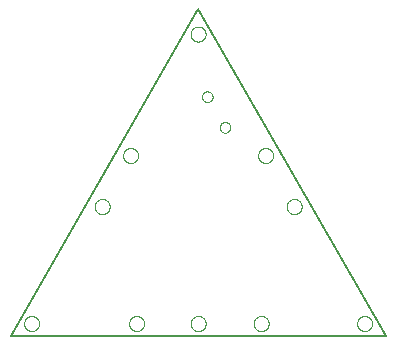
<source format=gko>
G75*
%MOIN*%
%OFA0B0*%
%FSLAX25Y25*%
%IPPOS*%
%LPD*%
%AMOC8*
5,1,8,0,0,1.08239X$1,22.5*
%
%ADD10C,0.00800*%
%ADD11C,0.00000*%
D10*
X0022661Y0035433D02*
X0085161Y0144183D01*
X0085161Y0144308D02*
X0147661Y0035433D01*
X0022661Y0035433D01*
D11*
X0027161Y0039433D02*
X0027163Y0039532D01*
X0027169Y0039632D01*
X0027179Y0039731D01*
X0027193Y0039829D01*
X0027210Y0039927D01*
X0027232Y0040024D01*
X0027257Y0040120D01*
X0027286Y0040215D01*
X0027319Y0040309D01*
X0027356Y0040401D01*
X0027396Y0040492D01*
X0027440Y0040581D01*
X0027488Y0040669D01*
X0027539Y0040754D01*
X0027593Y0040837D01*
X0027650Y0040919D01*
X0027711Y0040997D01*
X0027775Y0041074D01*
X0027841Y0041147D01*
X0027911Y0041218D01*
X0027983Y0041286D01*
X0028058Y0041352D01*
X0028136Y0041414D01*
X0028216Y0041473D01*
X0028298Y0041529D01*
X0028382Y0041581D01*
X0028469Y0041630D01*
X0028557Y0041676D01*
X0028647Y0041718D01*
X0028739Y0041757D01*
X0028832Y0041792D01*
X0028926Y0041823D01*
X0029022Y0041850D01*
X0029119Y0041873D01*
X0029216Y0041893D01*
X0029314Y0041909D01*
X0029413Y0041921D01*
X0029512Y0041929D01*
X0029611Y0041933D01*
X0029711Y0041933D01*
X0029810Y0041929D01*
X0029909Y0041921D01*
X0030008Y0041909D01*
X0030106Y0041893D01*
X0030203Y0041873D01*
X0030300Y0041850D01*
X0030396Y0041823D01*
X0030490Y0041792D01*
X0030583Y0041757D01*
X0030675Y0041718D01*
X0030765Y0041676D01*
X0030853Y0041630D01*
X0030940Y0041581D01*
X0031024Y0041529D01*
X0031106Y0041473D01*
X0031186Y0041414D01*
X0031264Y0041352D01*
X0031339Y0041286D01*
X0031411Y0041218D01*
X0031481Y0041147D01*
X0031547Y0041074D01*
X0031611Y0040997D01*
X0031672Y0040919D01*
X0031729Y0040837D01*
X0031783Y0040754D01*
X0031834Y0040669D01*
X0031882Y0040581D01*
X0031926Y0040492D01*
X0031966Y0040401D01*
X0032003Y0040309D01*
X0032036Y0040215D01*
X0032065Y0040120D01*
X0032090Y0040024D01*
X0032112Y0039927D01*
X0032129Y0039829D01*
X0032143Y0039731D01*
X0032153Y0039632D01*
X0032159Y0039532D01*
X0032161Y0039433D01*
X0032159Y0039334D01*
X0032153Y0039234D01*
X0032143Y0039135D01*
X0032129Y0039037D01*
X0032112Y0038939D01*
X0032090Y0038842D01*
X0032065Y0038746D01*
X0032036Y0038651D01*
X0032003Y0038557D01*
X0031966Y0038465D01*
X0031926Y0038374D01*
X0031882Y0038285D01*
X0031834Y0038197D01*
X0031783Y0038112D01*
X0031729Y0038029D01*
X0031672Y0037947D01*
X0031611Y0037869D01*
X0031547Y0037792D01*
X0031481Y0037719D01*
X0031411Y0037648D01*
X0031339Y0037580D01*
X0031264Y0037514D01*
X0031186Y0037452D01*
X0031106Y0037393D01*
X0031024Y0037337D01*
X0030940Y0037285D01*
X0030853Y0037236D01*
X0030765Y0037190D01*
X0030675Y0037148D01*
X0030583Y0037109D01*
X0030490Y0037074D01*
X0030396Y0037043D01*
X0030300Y0037016D01*
X0030203Y0036993D01*
X0030106Y0036973D01*
X0030008Y0036957D01*
X0029909Y0036945D01*
X0029810Y0036937D01*
X0029711Y0036933D01*
X0029611Y0036933D01*
X0029512Y0036937D01*
X0029413Y0036945D01*
X0029314Y0036957D01*
X0029216Y0036973D01*
X0029119Y0036993D01*
X0029022Y0037016D01*
X0028926Y0037043D01*
X0028832Y0037074D01*
X0028739Y0037109D01*
X0028647Y0037148D01*
X0028557Y0037190D01*
X0028469Y0037236D01*
X0028382Y0037285D01*
X0028298Y0037337D01*
X0028216Y0037393D01*
X0028136Y0037452D01*
X0028058Y0037514D01*
X0027983Y0037580D01*
X0027911Y0037648D01*
X0027841Y0037719D01*
X0027775Y0037792D01*
X0027711Y0037869D01*
X0027650Y0037947D01*
X0027593Y0038029D01*
X0027539Y0038112D01*
X0027488Y0038197D01*
X0027440Y0038285D01*
X0027396Y0038374D01*
X0027356Y0038465D01*
X0027319Y0038557D01*
X0027286Y0038651D01*
X0027257Y0038746D01*
X0027232Y0038842D01*
X0027210Y0038939D01*
X0027193Y0039037D01*
X0027179Y0039135D01*
X0027169Y0039234D01*
X0027163Y0039334D01*
X0027161Y0039433D01*
X0062161Y0039433D02*
X0062163Y0039532D01*
X0062169Y0039632D01*
X0062179Y0039731D01*
X0062193Y0039829D01*
X0062210Y0039927D01*
X0062232Y0040024D01*
X0062257Y0040120D01*
X0062286Y0040215D01*
X0062319Y0040309D01*
X0062356Y0040401D01*
X0062396Y0040492D01*
X0062440Y0040581D01*
X0062488Y0040669D01*
X0062539Y0040754D01*
X0062593Y0040837D01*
X0062650Y0040919D01*
X0062711Y0040997D01*
X0062775Y0041074D01*
X0062841Y0041147D01*
X0062911Y0041218D01*
X0062983Y0041286D01*
X0063058Y0041352D01*
X0063136Y0041414D01*
X0063216Y0041473D01*
X0063298Y0041529D01*
X0063382Y0041581D01*
X0063469Y0041630D01*
X0063557Y0041676D01*
X0063647Y0041718D01*
X0063739Y0041757D01*
X0063832Y0041792D01*
X0063926Y0041823D01*
X0064022Y0041850D01*
X0064119Y0041873D01*
X0064216Y0041893D01*
X0064314Y0041909D01*
X0064413Y0041921D01*
X0064512Y0041929D01*
X0064611Y0041933D01*
X0064711Y0041933D01*
X0064810Y0041929D01*
X0064909Y0041921D01*
X0065008Y0041909D01*
X0065106Y0041893D01*
X0065203Y0041873D01*
X0065300Y0041850D01*
X0065396Y0041823D01*
X0065490Y0041792D01*
X0065583Y0041757D01*
X0065675Y0041718D01*
X0065765Y0041676D01*
X0065853Y0041630D01*
X0065940Y0041581D01*
X0066024Y0041529D01*
X0066106Y0041473D01*
X0066186Y0041414D01*
X0066264Y0041352D01*
X0066339Y0041286D01*
X0066411Y0041218D01*
X0066481Y0041147D01*
X0066547Y0041074D01*
X0066611Y0040997D01*
X0066672Y0040919D01*
X0066729Y0040837D01*
X0066783Y0040754D01*
X0066834Y0040669D01*
X0066882Y0040581D01*
X0066926Y0040492D01*
X0066966Y0040401D01*
X0067003Y0040309D01*
X0067036Y0040215D01*
X0067065Y0040120D01*
X0067090Y0040024D01*
X0067112Y0039927D01*
X0067129Y0039829D01*
X0067143Y0039731D01*
X0067153Y0039632D01*
X0067159Y0039532D01*
X0067161Y0039433D01*
X0067159Y0039334D01*
X0067153Y0039234D01*
X0067143Y0039135D01*
X0067129Y0039037D01*
X0067112Y0038939D01*
X0067090Y0038842D01*
X0067065Y0038746D01*
X0067036Y0038651D01*
X0067003Y0038557D01*
X0066966Y0038465D01*
X0066926Y0038374D01*
X0066882Y0038285D01*
X0066834Y0038197D01*
X0066783Y0038112D01*
X0066729Y0038029D01*
X0066672Y0037947D01*
X0066611Y0037869D01*
X0066547Y0037792D01*
X0066481Y0037719D01*
X0066411Y0037648D01*
X0066339Y0037580D01*
X0066264Y0037514D01*
X0066186Y0037452D01*
X0066106Y0037393D01*
X0066024Y0037337D01*
X0065940Y0037285D01*
X0065853Y0037236D01*
X0065765Y0037190D01*
X0065675Y0037148D01*
X0065583Y0037109D01*
X0065490Y0037074D01*
X0065396Y0037043D01*
X0065300Y0037016D01*
X0065203Y0036993D01*
X0065106Y0036973D01*
X0065008Y0036957D01*
X0064909Y0036945D01*
X0064810Y0036937D01*
X0064711Y0036933D01*
X0064611Y0036933D01*
X0064512Y0036937D01*
X0064413Y0036945D01*
X0064314Y0036957D01*
X0064216Y0036973D01*
X0064119Y0036993D01*
X0064022Y0037016D01*
X0063926Y0037043D01*
X0063832Y0037074D01*
X0063739Y0037109D01*
X0063647Y0037148D01*
X0063557Y0037190D01*
X0063469Y0037236D01*
X0063382Y0037285D01*
X0063298Y0037337D01*
X0063216Y0037393D01*
X0063136Y0037452D01*
X0063058Y0037514D01*
X0062983Y0037580D01*
X0062911Y0037648D01*
X0062841Y0037719D01*
X0062775Y0037792D01*
X0062711Y0037869D01*
X0062650Y0037947D01*
X0062593Y0038029D01*
X0062539Y0038112D01*
X0062488Y0038197D01*
X0062440Y0038285D01*
X0062396Y0038374D01*
X0062356Y0038465D01*
X0062319Y0038557D01*
X0062286Y0038651D01*
X0062257Y0038746D01*
X0062232Y0038842D01*
X0062210Y0038939D01*
X0062193Y0039037D01*
X0062179Y0039135D01*
X0062169Y0039234D01*
X0062163Y0039334D01*
X0062161Y0039433D01*
X0082661Y0039433D02*
X0082663Y0039532D01*
X0082669Y0039632D01*
X0082679Y0039731D01*
X0082693Y0039829D01*
X0082710Y0039927D01*
X0082732Y0040024D01*
X0082757Y0040120D01*
X0082786Y0040215D01*
X0082819Y0040309D01*
X0082856Y0040401D01*
X0082896Y0040492D01*
X0082940Y0040581D01*
X0082988Y0040669D01*
X0083039Y0040754D01*
X0083093Y0040837D01*
X0083150Y0040919D01*
X0083211Y0040997D01*
X0083275Y0041074D01*
X0083341Y0041147D01*
X0083411Y0041218D01*
X0083483Y0041286D01*
X0083558Y0041352D01*
X0083636Y0041414D01*
X0083716Y0041473D01*
X0083798Y0041529D01*
X0083882Y0041581D01*
X0083969Y0041630D01*
X0084057Y0041676D01*
X0084147Y0041718D01*
X0084239Y0041757D01*
X0084332Y0041792D01*
X0084426Y0041823D01*
X0084522Y0041850D01*
X0084619Y0041873D01*
X0084716Y0041893D01*
X0084814Y0041909D01*
X0084913Y0041921D01*
X0085012Y0041929D01*
X0085111Y0041933D01*
X0085211Y0041933D01*
X0085310Y0041929D01*
X0085409Y0041921D01*
X0085508Y0041909D01*
X0085606Y0041893D01*
X0085703Y0041873D01*
X0085800Y0041850D01*
X0085896Y0041823D01*
X0085990Y0041792D01*
X0086083Y0041757D01*
X0086175Y0041718D01*
X0086265Y0041676D01*
X0086353Y0041630D01*
X0086440Y0041581D01*
X0086524Y0041529D01*
X0086606Y0041473D01*
X0086686Y0041414D01*
X0086764Y0041352D01*
X0086839Y0041286D01*
X0086911Y0041218D01*
X0086981Y0041147D01*
X0087047Y0041074D01*
X0087111Y0040997D01*
X0087172Y0040919D01*
X0087229Y0040837D01*
X0087283Y0040754D01*
X0087334Y0040669D01*
X0087382Y0040581D01*
X0087426Y0040492D01*
X0087466Y0040401D01*
X0087503Y0040309D01*
X0087536Y0040215D01*
X0087565Y0040120D01*
X0087590Y0040024D01*
X0087612Y0039927D01*
X0087629Y0039829D01*
X0087643Y0039731D01*
X0087653Y0039632D01*
X0087659Y0039532D01*
X0087661Y0039433D01*
X0087659Y0039334D01*
X0087653Y0039234D01*
X0087643Y0039135D01*
X0087629Y0039037D01*
X0087612Y0038939D01*
X0087590Y0038842D01*
X0087565Y0038746D01*
X0087536Y0038651D01*
X0087503Y0038557D01*
X0087466Y0038465D01*
X0087426Y0038374D01*
X0087382Y0038285D01*
X0087334Y0038197D01*
X0087283Y0038112D01*
X0087229Y0038029D01*
X0087172Y0037947D01*
X0087111Y0037869D01*
X0087047Y0037792D01*
X0086981Y0037719D01*
X0086911Y0037648D01*
X0086839Y0037580D01*
X0086764Y0037514D01*
X0086686Y0037452D01*
X0086606Y0037393D01*
X0086524Y0037337D01*
X0086440Y0037285D01*
X0086353Y0037236D01*
X0086265Y0037190D01*
X0086175Y0037148D01*
X0086083Y0037109D01*
X0085990Y0037074D01*
X0085896Y0037043D01*
X0085800Y0037016D01*
X0085703Y0036993D01*
X0085606Y0036973D01*
X0085508Y0036957D01*
X0085409Y0036945D01*
X0085310Y0036937D01*
X0085211Y0036933D01*
X0085111Y0036933D01*
X0085012Y0036937D01*
X0084913Y0036945D01*
X0084814Y0036957D01*
X0084716Y0036973D01*
X0084619Y0036993D01*
X0084522Y0037016D01*
X0084426Y0037043D01*
X0084332Y0037074D01*
X0084239Y0037109D01*
X0084147Y0037148D01*
X0084057Y0037190D01*
X0083969Y0037236D01*
X0083882Y0037285D01*
X0083798Y0037337D01*
X0083716Y0037393D01*
X0083636Y0037452D01*
X0083558Y0037514D01*
X0083483Y0037580D01*
X0083411Y0037648D01*
X0083341Y0037719D01*
X0083275Y0037792D01*
X0083211Y0037869D01*
X0083150Y0037947D01*
X0083093Y0038029D01*
X0083039Y0038112D01*
X0082988Y0038197D01*
X0082940Y0038285D01*
X0082896Y0038374D01*
X0082856Y0038465D01*
X0082819Y0038557D01*
X0082786Y0038651D01*
X0082757Y0038746D01*
X0082732Y0038842D01*
X0082710Y0038939D01*
X0082693Y0039037D01*
X0082679Y0039135D01*
X0082669Y0039234D01*
X0082663Y0039334D01*
X0082661Y0039433D01*
X0103661Y0039433D02*
X0103663Y0039532D01*
X0103669Y0039632D01*
X0103679Y0039731D01*
X0103693Y0039829D01*
X0103710Y0039927D01*
X0103732Y0040024D01*
X0103757Y0040120D01*
X0103786Y0040215D01*
X0103819Y0040309D01*
X0103856Y0040401D01*
X0103896Y0040492D01*
X0103940Y0040581D01*
X0103988Y0040669D01*
X0104039Y0040754D01*
X0104093Y0040837D01*
X0104150Y0040919D01*
X0104211Y0040997D01*
X0104275Y0041074D01*
X0104341Y0041147D01*
X0104411Y0041218D01*
X0104483Y0041286D01*
X0104558Y0041352D01*
X0104636Y0041414D01*
X0104716Y0041473D01*
X0104798Y0041529D01*
X0104882Y0041581D01*
X0104969Y0041630D01*
X0105057Y0041676D01*
X0105147Y0041718D01*
X0105239Y0041757D01*
X0105332Y0041792D01*
X0105426Y0041823D01*
X0105522Y0041850D01*
X0105619Y0041873D01*
X0105716Y0041893D01*
X0105814Y0041909D01*
X0105913Y0041921D01*
X0106012Y0041929D01*
X0106111Y0041933D01*
X0106211Y0041933D01*
X0106310Y0041929D01*
X0106409Y0041921D01*
X0106508Y0041909D01*
X0106606Y0041893D01*
X0106703Y0041873D01*
X0106800Y0041850D01*
X0106896Y0041823D01*
X0106990Y0041792D01*
X0107083Y0041757D01*
X0107175Y0041718D01*
X0107265Y0041676D01*
X0107353Y0041630D01*
X0107440Y0041581D01*
X0107524Y0041529D01*
X0107606Y0041473D01*
X0107686Y0041414D01*
X0107764Y0041352D01*
X0107839Y0041286D01*
X0107911Y0041218D01*
X0107981Y0041147D01*
X0108047Y0041074D01*
X0108111Y0040997D01*
X0108172Y0040919D01*
X0108229Y0040837D01*
X0108283Y0040754D01*
X0108334Y0040669D01*
X0108382Y0040581D01*
X0108426Y0040492D01*
X0108466Y0040401D01*
X0108503Y0040309D01*
X0108536Y0040215D01*
X0108565Y0040120D01*
X0108590Y0040024D01*
X0108612Y0039927D01*
X0108629Y0039829D01*
X0108643Y0039731D01*
X0108653Y0039632D01*
X0108659Y0039532D01*
X0108661Y0039433D01*
X0108659Y0039334D01*
X0108653Y0039234D01*
X0108643Y0039135D01*
X0108629Y0039037D01*
X0108612Y0038939D01*
X0108590Y0038842D01*
X0108565Y0038746D01*
X0108536Y0038651D01*
X0108503Y0038557D01*
X0108466Y0038465D01*
X0108426Y0038374D01*
X0108382Y0038285D01*
X0108334Y0038197D01*
X0108283Y0038112D01*
X0108229Y0038029D01*
X0108172Y0037947D01*
X0108111Y0037869D01*
X0108047Y0037792D01*
X0107981Y0037719D01*
X0107911Y0037648D01*
X0107839Y0037580D01*
X0107764Y0037514D01*
X0107686Y0037452D01*
X0107606Y0037393D01*
X0107524Y0037337D01*
X0107440Y0037285D01*
X0107353Y0037236D01*
X0107265Y0037190D01*
X0107175Y0037148D01*
X0107083Y0037109D01*
X0106990Y0037074D01*
X0106896Y0037043D01*
X0106800Y0037016D01*
X0106703Y0036993D01*
X0106606Y0036973D01*
X0106508Y0036957D01*
X0106409Y0036945D01*
X0106310Y0036937D01*
X0106211Y0036933D01*
X0106111Y0036933D01*
X0106012Y0036937D01*
X0105913Y0036945D01*
X0105814Y0036957D01*
X0105716Y0036973D01*
X0105619Y0036993D01*
X0105522Y0037016D01*
X0105426Y0037043D01*
X0105332Y0037074D01*
X0105239Y0037109D01*
X0105147Y0037148D01*
X0105057Y0037190D01*
X0104969Y0037236D01*
X0104882Y0037285D01*
X0104798Y0037337D01*
X0104716Y0037393D01*
X0104636Y0037452D01*
X0104558Y0037514D01*
X0104483Y0037580D01*
X0104411Y0037648D01*
X0104341Y0037719D01*
X0104275Y0037792D01*
X0104211Y0037869D01*
X0104150Y0037947D01*
X0104093Y0038029D01*
X0104039Y0038112D01*
X0103988Y0038197D01*
X0103940Y0038285D01*
X0103896Y0038374D01*
X0103856Y0038465D01*
X0103819Y0038557D01*
X0103786Y0038651D01*
X0103757Y0038746D01*
X0103732Y0038842D01*
X0103710Y0038939D01*
X0103693Y0039037D01*
X0103679Y0039135D01*
X0103669Y0039234D01*
X0103663Y0039334D01*
X0103661Y0039433D01*
X0138161Y0039433D02*
X0138163Y0039532D01*
X0138169Y0039632D01*
X0138179Y0039731D01*
X0138193Y0039829D01*
X0138210Y0039927D01*
X0138232Y0040024D01*
X0138257Y0040120D01*
X0138286Y0040215D01*
X0138319Y0040309D01*
X0138356Y0040401D01*
X0138396Y0040492D01*
X0138440Y0040581D01*
X0138488Y0040669D01*
X0138539Y0040754D01*
X0138593Y0040837D01*
X0138650Y0040919D01*
X0138711Y0040997D01*
X0138775Y0041074D01*
X0138841Y0041147D01*
X0138911Y0041218D01*
X0138983Y0041286D01*
X0139058Y0041352D01*
X0139136Y0041414D01*
X0139216Y0041473D01*
X0139298Y0041529D01*
X0139382Y0041581D01*
X0139469Y0041630D01*
X0139557Y0041676D01*
X0139647Y0041718D01*
X0139739Y0041757D01*
X0139832Y0041792D01*
X0139926Y0041823D01*
X0140022Y0041850D01*
X0140119Y0041873D01*
X0140216Y0041893D01*
X0140314Y0041909D01*
X0140413Y0041921D01*
X0140512Y0041929D01*
X0140611Y0041933D01*
X0140711Y0041933D01*
X0140810Y0041929D01*
X0140909Y0041921D01*
X0141008Y0041909D01*
X0141106Y0041893D01*
X0141203Y0041873D01*
X0141300Y0041850D01*
X0141396Y0041823D01*
X0141490Y0041792D01*
X0141583Y0041757D01*
X0141675Y0041718D01*
X0141765Y0041676D01*
X0141853Y0041630D01*
X0141940Y0041581D01*
X0142024Y0041529D01*
X0142106Y0041473D01*
X0142186Y0041414D01*
X0142264Y0041352D01*
X0142339Y0041286D01*
X0142411Y0041218D01*
X0142481Y0041147D01*
X0142547Y0041074D01*
X0142611Y0040997D01*
X0142672Y0040919D01*
X0142729Y0040837D01*
X0142783Y0040754D01*
X0142834Y0040669D01*
X0142882Y0040581D01*
X0142926Y0040492D01*
X0142966Y0040401D01*
X0143003Y0040309D01*
X0143036Y0040215D01*
X0143065Y0040120D01*
X0143090Y0040024D01*
X0143112Y0039927D01*
X0143129Y0039829D01*
X0143143Y0039731D01*
X0143153Y0039632D01*
X0143159Y0039532D01*
X0143161Y0039433D01*
X0143159Y0039334D01*
X0143153Y0039234D01*
X0143143Y0039135D01*
X0143129Y0039037D01*
X0143112Y0038939D01*
X0143090Y0038842D01*
X0143065Y0038746D01*
X0143036Y0038651D01*
X0143003Y0038557D01*
X0142966Y0038465D01*
X0142926Y0038374D01*
X0142882Y0038285D01*
X0142834Y0038197D01*
X0142783Y0038112D01*
X0142729Y0038029D01*
X0142672Y0037947D01*
X0142611Y0037869D01*
X0142547Y0037792D01*
X0142481Y0037719D01*
X0142411Y0037648D01*
X0142339Y0037580D01*
X0142264Y0037514D01*
X0142186Y0037452D01*
X0142106Y0037393D01*
X0142024Y0037337D01*
X0141940Y0037285D01*
X0141853Y0037236D01*
X0141765Y0037190D01*
X0141675Y0037148D01*
X0141583Y0037109D01*
X0141490Y0037074D01*
X0141396Y0037043D01*
X0141300Y0037016D01*
X0141203Y0036993D01*
X0141106Y0036973D01*
X0141008Y0036957D01*
X0140909Y0036945D01*
X0140810Y0036937D01*
X0140711Y0036933D01*
X0140611Y0036933D01*
X0140512Y0036937D01*
X0140413Y0036945D01*
X0140314Y0036957D01*
X0140216Y0036973D01*
X0140119Y0036993D01*
X0140022Y0037016D01*
X0139926Y0037043D01*
X0139832Y0037074D01*
X0139739Y0037109D01*
X0139647Y0037148D01*
X0139557Y0037190D01*
X0139469Y0037236D01*
X0139382Y0037285D01*
X0139298Y0037337D01*
X0139216Y0037393D01*
X0139136Y0037452D01*
X0139058Y0037514D01*
X0138983Y0037580D01*
X0138911Y0037648D01*
X0138841Y0037719D01*
X0138775Y0037792D01*
X0138711Y0037869D01*
X0138650Y0037947D01*
X0138593Y0038029D01*
X0138539Y0038112D01*
X0138488Y0038197D01*
X0138440Y0038285D01*
X0138396Y0038374D01*
X0138356Y0038465D01*
X0138319Y0038557D01*
X0138286Y0038651D01*
X0138257Y0038746D01*
X0138232Y0038842D01*
X0138210Y0038939D01*
X0138193Y0039037D01*
X0138179Y0039135D01*
X0138169Y0039234D01*
X0138163Y0039334D01*
X0138161Y0039433D01*
X0114661Y0078433D02*
X0114663Y0078532D01*
X0114669Y0078632D01*
X0114679Y0078731D01*
X0114693Y0078829D01*
X0114710Y0078927D01*
X0114732Y0079024D01*
X0114757Y0079120D01*
X0114786Y0079215D01*
X0114819Y0079309D01*
X0114856Y0079401D01*
X0114896Y0079492D01*
X0114940Y0079581D01*
X0114988Y0079669D01*
X0115039Y0079754D01*
X0115093Y0079837D01*
X0115150Y0079919D01*
X0115211Y0079997D01*
X0115275Y0080074D01*
X0115341Y0080147D01*
X0115411Y0080218D01*
X0115483Y0080286D01*
X0115558Y0080352D01*
X0115636Y0080414D01*
X0115716Y0080473D01*
X0115798Y0080529D01*
X0115882Y0080581D01*
X0115969Y0080630D01*
X0116057Y0080676D01*
X0116147Y0080718D01*
X0116239Y0080757D01*
X0116332Y0080792D01*
X0116426Y0080823D01*
X0116522Y0080850D01*
X0116619Y0080873D01*
X0116716Y0080893D01*
X0116814Y0080909D01*
X0116913Y0080921D01*
X0117012Y0080929D01*
X0117111Y0080933D01*
X0117211Y0080933D01*
X0117310Y0080929D01*
X0117409Y0080921D01*
X0117508Y0080909D01*
X0117606Y0080893D01*
X0117703Y0080873D01*
X0117800Y0080850D01*
X0117896Y0080823D01*
X0117990Y0080792D01*
X0118083Y0080757D01*
X0118175Y0080718D01*
X0118265Y0080676D01*
X0118353Y0080630D01*
X0118440Y0080581D01*
X0118524Y0080529D01*
X0118606Y0080473D01*
X0118686Y0080414D01*
X0118764Y0080352D01*
X0118839Y0080286D01*
X0118911Y0080218D01*
X0118981Y0080147D01*
X0119047Y0080074D01*
X0119111Y0079997D01*
X0119172Y0079919D01*
X0119229Y0079837D01*
X0119283Y0079754D01*
X0119334Y0079669D01*
X0119382Y0079581D01*
X0119426Y0079492D01*
X0119466Y0079401D01*
X0119503Y0079309D01*
X0119536Y0079215D01*
X0119565Y0079120D01*
X0119590Y0079024D01*
X0119612Y0078927D01*
X0119629Y0078829D01*
X0119643Y0078731D01*
X0119653Y0078632D01*
X0119659Y0078532D01*
X0119661Y0078433D01*
X0119659Y0078334D01*
X0119653Y0078234D01*
X0119643Y0078135D01*
X0119629Y0078037D01*
X0119612Y0077939D01*
X0119590Y0077842D01*
X0119565Y0077746D01*
X0119536Y0077651D01*
X0119503Y0077557D01*
X0119466Y0077465D01*
X0119426Y0077374D01*
X0119382Y0077285D01*
X0119334Y0077197D01*
X0119283Y0077112D01*
X0119229Y0077029D01*
X0119172Y0076947D01*
X0119111Y0076869D01*
X0119047Y0076792D01*
X0118981Y0076719D01*
X0118911Y0076648D01*
X0118839Y0076580D01*
X0118764Y0076514D01*
X0118686Y0076452D01*
X0118606Y0076393D01*
X0118524Y0076337D01*
X0118440Y0076285D01*
X0118353Y0076236D01*
X0118265Y0076190D01*
X0118175Y0076148D01*
X0118083Y0076109D01*
X0117990Y0076074D01*
X0117896Y0076043D01*
X0117800Y0076016D01*
X0117703Y0075993D01*
X0117606Y0075973D01*
X0117508Y0075957D01*
X0117409Y0075945D01*
X0117310Y0075937D01*
X0117211Y0075933D01*
X0117111Y0075933D01*
X0117012Y0075937D01*
X0116913Y0075945D01*
X0116814Y0075957D01*
X0116716Y0075973D01*
X0116619Y0075993D01*
X0116522Y0076016D01*
X0116426Y0076043D01*
X0116332Y0076074D01*
X0116239Y0076109D01*
X0116147Y0076148D01*
X0116057Y0076190D01*
X0115969Y0076236D01*
X0115882Y0076285D01*
X0115798Y0076337D01*
X0115716Y0076393D01*
X0115636Y0076452D01*
X0115558Y0076514D01*
X0115483Y0076580D01*
X0115411Y0076648D01*
X0115341Y0076719D01*
X0115275Y0076792D01*
X0115211Y0076869D01*
X0115150Y0076947D01*
X0115093Y0077029D01*
X0115039Y0077112D01*
X0114988Y0077197D01*
X0114940Y0077285D01*
X0114896Y0077374D01*
X0114856Y0077465D01*
X0114819Y0077557D01*
X0114786Y0077651D01*
X0114757Y0077746D01*
X0114732Y0077842D01*
X0114710Y0077939D01*
X0114693Y0078037D01*
X0114679Y0078135D01*
X0114669Y0078234D01*
X0114663Y0078334D01*
X0114661Y0078433D01*
X0105161Y0095433D02*
X0105163Y0095532D01*
X0105169Y0095632D01*
X0105179Y0095731D01*
X0105193Y0095829D01*
X0105210Y0095927D01*
X0105232Y0096024D01*
X0105257Y0096120D01*
X0105286Y0096215D01*
X0105319Y0096309D01*
X0105356Y0096401D01*
X0105396Y0096492D01*
X0105440Y0096581D01*
X0105488Y0096669D01*
X0105539Y0096754D01*
X0105593Y0096837D01*
X0105650Y0096919D01*
X0105711Y0096997D01*
X0105775Y0097074D01*
X0105841Y0097147D01*
X0105911Y0097218D01*
X0105983Y0097286D01*
X0106058Y0097352D01*
X0106136Y0097414D01*
X0106216Y0097473D01*
X0106298Y0097529D01*
X0106382Y0097581D01*
X0106469Y0097630D01*
X0106557Y0097676D01*
X0106647Y0097718D01*
X0106739Y0097757D01*
X0106832Y0097792D01*
X0106926Y0097823D01*
X0107022Y0097850D01*
X0107119Y0097873D01*
X0107216Y0097893D01*
X0107314Y0097909D01*
X0107413Y0097921D01*
X0107512Y0097929D01*
X0107611Y0097933D01*
X0107711Y0097933D01*
X0107810Y0097929D01*
X0107909Y0097921D01*
X0108008Y0097909D01*
X0108106Y0097893D01*
X0108203Y0097873D01*
X0108300Y0097850D01*
X0108396Y0097823D01*
X0108490Y0097792D01*
X0108583Y0097757D01*
X0108675Y0097718D01*
X0108765Y0097676D01*
X0108853Y0097630D01*
X0108940Y0097581D01*
X0109024Y0097529D01*
X0109106Y0097473D01*
X0109186Y0097414D01*
X0109264Y0097352D01*
X0109339Y0097286D01*
X0109411Y0097218D01*
X0109481Y0097147D01*
X0109547Y0097074D01*
X0109611Y0096997D01*
X0109672Y0096919D01*
X0109729Y0096837D01*
X0109783Y0096754D01*
X0109834Y0096669D01*
X0109882Y0096581D01*
X0109926Y0096492D01*
X0109966Y0096401D01*
X0110003Y0096309D01*
X0110036Y0096215D01*
X0110065Y0096120D01*
X0110090Y0096024D01*
X0110112Y0095927D01*
X0110129Y0095829D01*
X0110143Y0095731D01*
X0110153Y0095632D01*
X0110159Y0095532D01*
X0110161Y0095433D01*
X0110159Y0095334D01*
X0110153Y0095234D01*
X0110143Y0095135D01*
X0110129Y0095037D01*
X0110112Y0094939D01*
X0110090Y0094842D01*
X0110065Y0094746D01*
X0110036Y0094651D01*
X0110003Y0094557D01*
X0109966Y0094465D01*
X0109926Y0094374D01*
X0109882Y0094285D01*
X0109834Y0094197D01*
X0109783Y0094112D01*
X0109729Y0094029D01*
X0109672Y0093947D01*
X0109611Y0093869D01*
X0109547Y0093792D01*
X0109481Y0093719D01*
X0109411Y0093648D01*
X0109339Y0093580D01*
X0109264Y0093514D01*
X0109186Y0093452D01*
X0109106Y0093393D01*
X0109024Y0093337D01*
X0108940Y0093285D01*
X0108853Y0093236D01*
X0108765Y0093190D01*
X0108675Y0093148D01*
X0108583Y0093109D01*
X0108490Y0093074D01*
X0108396Y0093043D01*
X0108300Y0093016D01*
X0108203Y0092993D01*
X0108106Y0092973D01*
X0108008Y0092957D01*
X0107909Y0092945D01*
X0107810Y0092937D01*
X0107711Y0092933D01*
X0107611Y0092933D01*
X0107512Y0092937D01*
X0107413Y0092945D01*
X0107314Y0092957D01*
X0107216Y0092973D01*
X0107119Y0092993D01*
X0107022Y0093016D01*
X0106926Y0093043D01*
X0106832Y0093074D01*
X0106739Y0093109D01*
X0106647Y0093148D01*
X0106557Y0093190D01*
X0106469Y0093236D01*
X0106382Y0093285D01*
X0106298Y0093337D01*
X0106216Y0093393D01*
X0106136Y0093452D01*
X0106058Y0093514D01*
X0105983Y0093580D01*
X0105911Y0093648D01*
X0105841Y0093719D01*
X0105775Y0093792D01*
X0105711Y0093869D01*
X0105650Y0093947D01*
X0105593Y0094029D01*
X0105539Y0094112D01*
X0105488Y0094197D01*
X0105440Y0094285D01*
X0105396Y0094374D01*
X0105356Y0094465D01*
X0105319Y0094557D01*
X0105286Y0094651D01*
X0105257Y0094746D01*
X0105232Y0094842D01*
X0105210Y0094939D01*
X0105193Y0095037D01*
X0105179Y0095135D01*
X0105169Y0095234D01*
X0105163Y0095334D01*
X0105161Y0095433D01*
X0092342Y0104819D02*
X0092344Y0104903D01*
X0092350Y0104986D01*
X0092360Y0105069D01*
X0092374Y0105152D01*
X0092391Y0105234D01*
X0092413Y0105315D01*
X0092438Y0105394D01*
X0092467Y0105473D01*
X0092500Y0105550D01*
X0092536Y0105625D01*
X0092576Y0105699D01*
X0092619Y0105771D01*
X0092666Y0105840D01*
X0092716Y0105907D01*
X0092769Y0105972D01*
X0092825Y0106034D01*
X0092883Y0106094D01*
X0092945Y0106151D01*
X0093009Y0106204D01*
X0093076Y0106255D01*
X0093145Y0106302D01*
X0093216Y0106347D01*
X0093289Y0106387D01*
X0093364Y0106424D01*
X0093441Y0106458D01*
X0093519Y0106488D01*
X0093598Y0106514D01*
X0093679Y0106537D01*
X0093761Y0106555D01*
X0093843Y0106570D01*
X0093926Y0106581D01*
X0094009Y0106588D01*
X0094093Y0106591D01*
X0094177Y0106590D01*
X0094260Y0106585D01*
X0094344Y0106576D01*
X0094426Y0106563D01*
X0094508Y0106547D01*
X0094589Y0106526D01*
X0094670Y0106502D01*
X0094748Y0106474D01*
X0094826Y0106442D01*
X0094902Y0106406D01*
X0094976Y0106367D01*
X0095048Y0106325D01*
X0095118Y0106279D01*
X0095186Y0106230D01*
X0095251Y0106178D01*
X0095314Y0106123D01*
X0095374Y0106065D01*
X0095432Y0106004D01*
X0095486Y0105940D01*
X0095538Y0105874D01*
X0095586Y0105806D01*
X0095631Y0105735D01*
X0095672Y0105662D01*
X0095711Y0105588D01*
X0095745Y0105512D01*
X0095776Y0105434D01*
X0095803Y0105355D01*
X0095827Y0105274D01*
X0095846Y0105193D01*
X0095862Y0105111D01*
X0095874Y0105028D01*
X0095882Y0104944D01*
X0095886Y0104861D01*
X0095886Y0104777D01*
X0095882Y0104694D01*
X0095874Y0104610D01*
X0095862Y0104527D01*
X0095846Y0104445D01*
X0095827Y0104364D01*
X0095803Y0104283D01*
X0095776Y0104204D01*
X0095745Y0104126D01*
X0095711Y0104050D01*
X0095672Y0103976D01*
X0095631Y0103903D01*
X0095586Y0103832D01*
X0095538Y0103764D01*
X0095486Y0103698D01*
X0095432Y0103634D01*
X0095374Y0103573D01*
X0095314Y0103515D01*
X0095251Y0103460D01*
X0095186Y0103408D01*
X0095118Y0103359D01*
X0095048Y0103313D01*
X0094976Y0103271D01*
X0094902Y0103232D01*
X0094826Y0103196D01*
X0094748Y0103164D01*
X0094670Y0103136D01*
X0094589Y0103112D01*
X0094508Y0103091D01*
X0094426Y0103075D01*
X0094344Y0103062D01*
X0094260Y0103053D01*
X0094177Y0103048D01*
X0094093Y0103047D01*
X0094009Y0103050D01*
X0093926Y0103057D01*
X0093843Y0103068D01*
X0093761Y0103083D01*
X0093679Y0103101D01*
X0093598Y0103124D01*
X0093519Y0103150D01*
X0093441Y0103180D01*
X0093364Y0103214D01*
X0093289Y0103251D01*
X0093216Y0103291D01*
X0093145Y0103336D01*
X0093076Y0103383D01*
X0093009Y0103434D01*
X0092945Y0103487D01*
X0092883Y0103544D01*
X0092825Y0103604D01*
X0092769Y0103666D01*
X0092716Y0103731D01*
X0092666Y0103798D01*
X0092619Y0103867D01*
X0092576Y0103939D01*
X0092536Y0104013D01*
X0092500Y0104088D01*
X0092467Y0104165D01*
X0092438Y0104244D01*
X0092413Y0104323D01*
X0092391Y0104404D01*
X0092374Y0104486D01*
X0092360Y0104569D01*
X0092350Y0104652D01*
X0092344Y0104735D01*
X0092342Y0104819D01*
X0086436Y0115047D02*
X0086438Y0115131D01*
X0086444Y0115214D01*
X0086454Y0115297D01*
X0086468Y0115380D01*
X0086485Y0115462D01*
X0086507Y0115543D01*
X0086532Y0115622D01*
X0086561Y0115701D01*
X0086594Y0115778D01*
X0086630Y0115853D01*
X0086670Y0115927D01*
X0086713Y0115999D01*
X0086760Y0116068D01*
X0086810Y0116135D01*
X0086863Y0116200D01*
X0086919Y0116262D01*
X0086977Y0116322D01*
X0087039Y0116379D01*
X0087103Y0116432D01*
X0087170Y0116483D01*
X0087239Y0116530D01*
X0087310Y0116575D01*
X0087383Y0116615D01*
X0087458Y0116652D01*
X0087535Y0116686D01*
X0087613Y0116716D01*
X0087692Y0116742D01*
X0087773Y0116765D01*
X0087855Y0116783D01*
X0087937Y0116798D01*
X0088020Y0116809D01*
X0088103Y0116816D01*
X0088187Y0116819D01*
X0088271Y0116818D01*
X0088354Y0116813D01*
X0088438Y0116804D01*
X0088520Y0116791D01*
X0088602Y0116775D01*
X0088683Y0116754D01*
X0088764Y0116730D01*
X0088842Y0116702D01*
X0088920Y0116670D01*
X0088996Y0116634D01*
X0089070Y0116595D01*
X0089142Y0116553D01*
X0089212Y0116507D01*
X0089280Y0116458D01*
X0089345Y0116406D01*
X0089408Y0116351D01*
X0089468Y0116293D01*
X0089526Y0116232D01*
X0089580Y0116168D01*
X0089632Y0116102D01*
X0089680Y0116034D01*
X0089725Y0115963D01*
X0089766Y0115890D01*
X0089805Y0115816D01*
X0089839Y0115740D01*
X0089870Y0115662D01*
X0089897Y0115583D01*
X0089921Y0115502D01*
X0089940Y0115421D01*
X0089956Y0115339D01*
X0089968Y0115256D01*
X0089976Y0115172D01*
X0089980Y0115089D01*
X0089980Y0115005D01*
X0089976Y0114922D01*
X0089968Y0114838D01*
X0089956Y0114755D01*
X0089940Y0114673D01*
X0089921Y0114592D01*
X0089897Y0114511D01*
X0089870Y0114432D01*
X0089839Y0114354D01*
X0089805Y0114278D01*
X0089766Y0114204D01*
X0089725Y0114131D01*
X0089680Y0114060D01*
X0089632Y0113992D01*
X0089580Y0113926D01*
X0089526Y0113862D01*
X0089468Y0113801D01*
X0089408Y0113743D01*
X0089345Y0113688D01*
X0089280Y0113636D01*
X0089212Y0113587D01*
X0089142Y0113541D01*
X0089070Y0113499D01*
X0088996Y0113460D01*
X0088920Y0113424D01*
X0088842Y0113392D01*
X0088764Y0113364D01*
X0088683Y0113340D01*
X0088602Y0113319D01*
X0088520Y0113303D01*
X0088438Y0113290D01*
X0088354Y0113281D01*
X0088271Y0113276D01*
X0088187Y0113275D01*
X0088103Y0113278D01*
X0088020Y0113285D01*
X0087937Y0113296D01*
X0087855Y0113311D01*
X0087773Y0113329D01*
X0087692Y0113352D01*
X0087613Y0113378D01*
X0087535Y0113408D01*
X0087458Y0113442D01*
X0087383Y0113479D01*
X0087310Y0113519D01*
X0087239Y0113564D01*
X0087170Y0113611D01*
X0087103Y0113662D01*
X0087039Y0113715D01*
X0086977Y0113772D01*
X0086919Y0113832D01*
X0086863Y0113894D01*
X0086810Y0113959D01*
X0086760Y0114026D01*
X0086713Y0114095D01*
X0086670Y0114167D01*
X0086630Y0114241D01*
X0086594Y0114316D01*
X0086561Y0114393D01*
X0086532Y0114472D01*
X0086507Y0114551D01*
X0086485Y0114632D01*
X0086468Y0114714D01*
X0086454Y0114797D01*
X0086444Y0114880D01*
X0086438Y0114963D01*
X0086436Y0115047D01*
X0060161Y0095433D02*
X0060163Y0095532D01*
X0060169Y0095632D01*
X0060179Y0095731D01*
X0060193Y0095829D01*
X0060210Y0095927D01*
X0060232Y0096024D01*
X0060257Y0096120D01*
X0060286Y0096215D01*
X0060319Y0096309D01*
X0060356Y0096401D01*
X0060396Y0096492D01*
X0060440Y0096581D01*
X0060488Y0096669D01*
X0060539Y0096754D01*
X0060593Y0096837D01*
X0060650Y0096919D01*
X0060711Y0096997D01*
X0060775Y0097074D01*
X0060841Y0097147D01*
X0060911Y0097218D01*
X0060983Y0097286D01*
X0061058Y0097352D01*
X0061136Y0097414D01*
X0061216Y0097473D01*
X0061298Y0097529D01*
X0061382Y0097581D01*
X0061469Y0097630D01*
X0061557Y0097676D01*
X0061647Y0097718D01*
X0061739Y0097757D01*
X0061832Y0097792D01*
X0061926Y0097823D01*
X0062022Y0097850D01*
X0062119Y0097873D01*
X0062216Y0097893D01*
X0062314Y0097909D01*
X0062413Y0097921D01*
X0062512Y0097929D01*
X0062611Y0097933D01*
X0062711Y0097933D01*
X0062810Y0097929D01*
X0062909Y0097921D01*
X0063008Y0097909D01*
X0063106Y0097893D01*
X0063203Y0097873D01*
X0063300Y0097850D01*
X0063396Y0097823D01*
X0063490Y0097792D01*
X0063583Y0097757D01*
X0063675Y0097718D01*
X0063765Y0097676D01*
X0063853Y0097630D01*
X0063940Y0097581D01*
X0064024Y0097529D01*
X0064106Y0097473D01*
X0064186Y0097414D01*
X0064264Y0097352D01*
X0064339Y0097286D01*
X0064411Y0097218D01*
X0064481Y0097147D01*
X0064547Y0097074D01*
X0064611Y0096997D01*
X0064672Y0096919D01*
X0064729Y0096837D01*
X0064783Y0096754D01*
X0064834Y0096669D01*
X0064882Y0096581D01*
X0064926Y0096492D01*
X0064966Y0096401D01*
X0065003Y0096309D01*
X0065036Y0096215D01*
X0065065Y0096120D01*
X0065090Y0096024D01*
X0065112Y0095927D01*
X0065129Y0095829D01*
X0065143Y0095731D01*
X0065153Y0095632D01*
X0065159Y0095532D01*
X0065161Y0095433D01*
X0065159Y0095334D01*
X0065153Y0095234D01*
X0065143Y0095135D01*
X0065129Y0095037D01*
X0065112Y0094939D01*
X0065090Y0094842D01*
X0065065Y0094746D01*
X0065036Y0094651D01*
X0065003Y0094557D01*
X0064966Y0094465D01*
X0064926Y0094374D01*
X0064882Y0094285D01*
X0064834Y0094197D01*
X0064783Y0094112D01*
X0064729Y0094029D01*
X0064672Y0093947D01*
X0064611Y0093869D01*
X0064547Y0093792D01*
X0064481Y0093719D01*
X0064411Y0093648D01*
X0064339Y0093580D01*
X0064264Y0093514D01*
X0064186Y0093452D01*
X0064106Y0093393D01*
X0064024Y0093337D01*
X0063940Y0093285D01*
X0063853Y0093236D01*
X0063765Y0093190D01*
X0063675Y0093148D01*
X0063583Y0093109D01*
X0063490Y0093074D01*
X0063396Y0093043D01*
X0063300Y0093016D01*
X0063203Y0092993D01*
X0063106Y0092973D01*
X0063008Y0092957D01*
X0062909Y0092945D01*
X0062810Y0092937D01*
X0062711Y0092933D01*
X0062611Y0092933D01*
X0062512Y0092937D01*
X0062413Y0092945D01*
X0062314Y0092957D01*
X0062216Y0092973D01*
X0062119Y0092993D01*
X0062022Y0093016D01*
X0061926Y0093043D01*
X0061832Y0093074D01*
X0061739Y0093109D01*
X0061647Y0093148D01*
X0061557Y0093190D01*
X0061469Y0093236D01*
X0061382Y0093285D01*
X0061298Y0093337D01*
X0061216Y0093393D01*
X0061136Y0093452D01*
X0061058Y0093514D01*
X0060983Y0093580D01*
X0060911Y0093648D01*
X0060841Y0093719D01*
X0060775Y0093792D01*
X0060711Y0093869D01*
X0060650Y0093947D01*
X0060593Y0094029D01*
X0060539Y0094112D01*
X0060488Y0094197D01*
X0060440Y0094285D01*
X0060396Y0094374D01*
X0060356Y0094465D01*
X0060319Y0094557D01*
X0060286Y0094651D01*
X0060257Y0094746D01*
X0060232Y0094842D01*
X0060210Y0094939D01*
X0060193Y0095037D01*
X0060179Y0095135D01*
X0060169Y0095234D01*
X0060163Y0095334D01*
X0060161Y0095433D01*
X0050661Y0078433D02*
X0050663Y0078532D01*
X0050669Y0078632D01*
X0050679Y0078731D01*
X0050693Y0078829D01*
X0050710Y0078927D01*
X0050732Y0079024D01*
X0050757Y0079120D01*
X0050786Y0079215D01*
X0050819Y0079309D01*
X0050856Y0079401D01*
X0050896Y0079492D01*
X0050940Y0079581D01*
X0050988Y0079669D01*
X0051039Y0079754D01*
X0051093Y0079837D01*
X0051150Y0079919D01*
X0051211Y0079997D01*
X0051275Y0080074D01*
X0051341Y0080147D01*
X0051411Y0080218D01*
X0051483Y0080286D01*
X0051558Y0080352D01*
X0051636Y0080414D01*
X0051716Y0080473D01*
X0051798Y0080529D01*
X0051882Y0080581D01*
X0051969Y0080630D01*
X0052057Y0080676D01*
X0052147Y0080718D01*
X0052239Y0080757D01*
X0052332Y0080792D01*
X0052426Y0080823D01*
X0052522Y0080850D01*
X0052619Y0080873D01*
X0052716Y0080893D01*
X0052814Y0080909D01*
X0052913Y0080921D01*
X0053012Y0080929D01*
X0053111Y0080933D01*
X0053211Y0080933D01*
X0053310Y0080929D01*
X0053409Y0080921D01*
X0053508Y0080909D01*
X0053606Y0080893D01*
X0053703Y0080873D01*
X0053800Y0080850D01*
X0053896Y0080823D01*
X0053990Y0080792D01*
X0054083Y0080757D01*
X0054175Y0080718D01*
X0054265Y0080676D01*
X0054353Y0080630D01*
X0054440Y0080581D01*
X0054524Y0080529D01*
X0054606Y0080473D01*
X0054686Y0080414D01*
X0054764Y0080352D01*
X0054839Y0080286D01*
X0054911Y0080218D01*
X0054981Y0080147D01*
X0055047Y0080074D01*
X0055111Y0079997D01*
X0055172Y0079919D01*
X0055229Y0079837D01*
X0055283Y0079754D01*
X0055334Y0079669D01*
X0055382Y0079581D01*
X0055426Y0079492D01*
X0055466Y0079401D01*
X0055503Y0079309D01*
X0055536Y0079215D01*
X0055565Y0079120D01*
X0055590Y0079024D01*
X0055612Y0078927D01*
X0055629Y0078829D01*
X0055643Y0078731D01*
X0055653Y0078632D01*
X0055659Y0078532D01*
X0055661Y0078433D01*
X0055659Y0078334D01*
X0055653Y0078234D01*
X0055643Y0078135D01*
X0055629Y0078037D01*
X0055612Y0077939D01*
X0055590Y0077842D01*
X0055565Y0077746D01*
X0055536Y0077651D01*
X0055503Y0077557D01*
X0055466Y0077465D01*
X0055426Y0077374D01*
X0055382Y0077285D01*
X0055334Y0077197D01*
X0055283Y0077112D01*
X0055229Y0077029D01*
X0055172Y0076947D01*
X0055111Y0076869D01*
X0055047Y0076792D01*
X0054981Y0076719D01*
X0054911Y0076648D01*
X0054839Y0076580D01*
X0054764Y0076514D01*
X0054686Y0076452D01*
X0054606Y0076393D01*
X0054524Y0076337D01*
X0054440Y0076285D01*
X0054353Y0076236D01*
X0054265Y0076190D01*
X0054175Y0076148D01*
X0054083Y0076109D01*
X0053990Y0076074D01*
X0053896Y0076043D01*
X0053800Y0076016D01*
X0053703Y0075993D01*
X0053606Y0075973D01*
X0053508Y0075957D01*
X0053409Y0075945D01*
X0053310Y0075937D01*
X0053211Y0075933D01*
X0053111Y0075933D01*
X0053012Y0075937D01*
X0052913Y0075945D01*
X0052814Y0075957D01*
X0052716Y0075973D01*
X0052619Y0075993D01*
X0052522Y0076016D01*
X0052426Y0076043D01*
X0052332Y0076074D01*
X0052239Y0076109D01*
X0052147Y0076148D01*
X0052057Y0076190D01*
X0051969Y0076236D01*
X0051882Y0076285D01*
X0051798Y0076337D01*
X0051716Y0076393D01*
X0051636Y0076452D01*
X0051558Y0076514D01*
X0051483Y0076580D01*
X0051411Y0076648D01*
X0051341Y0076719D01*
X0051275Y0076792D01*
X0051211Y0076869D01*
X0051150Y0076947D01*
X0051093Y0077029D01*
X0051039Y0077112D01*
X0050988Y0077197D01*
X0050940Y0077285D01*
X0050896Y0077374D01*
X0050856Y0077465D01*
X0050819Y0077557D01*
X0050786Y0077651D01*
X0050757Y0077746D01*
X0050732Y0077842D01*
X0050710Y0077939D01*
X0050693Y0078037D01*
X0050679Y0078135D01*
X0050669Y0078234D01*
X0050663Y0078334D01*
X0050661Y0078433D01*
X0082661Y0135933D02*
X0082663Y0136032D01*
X0082669Y0136132D01*
X0082679Y0136231D01*
X0082693Y0136329D01*
X0082710Y0136427D01*
X0082732Y0136524D01*
X0082757Y0136620D01*
X0082786Y0136715D01*
X0082819Y0136809D01*
X0082856Y0136901D01*
X0082896Y0136992D01*
X0082940Y0137081D01*
X0082988Y0137169D01*
X0083039Y0137254D01*
X0083093Y0137337D01*
X0083150Y0137419D01*
X0083211Y0137497D01*
X0083275Y0137574D01*
X0083341Y0137647D01*
X0083411Y0137718D01*
X0083483Y0137786D01*
X0083558Y0137852D01*
X0083636Y0137914D01*
X0083716Y0137973D01*
X0083798Y0138029D01*
X0083882Y0138081D01*
X0083969Y0138130D01*
X0084057Y0138176D01*
X0084147Y0138218D01*
X0084239Y0138257D01*
X0084332Y0138292D01*
X0084426Y0138323D01*
X0084522Y0138350D01*
X0084619Y0138373D01*
X0084716Y0138393D01*
X0084814Y0138409D01*
X0084913Y0138421D01*
X0085012Y0138429D01*
X0085111Y0138433D01*
X0085211Y0138433D01*
X0085310Y0138429D01*
X0085409Y0138421D01*
X0085508Y0138409D01*
X0085606Y0138393D01*
X0085703Y0138373D01*
X0085800Y0138350D01*
X0085896Y0138323D01*
X0085990Y0138292D01*
X0086083Y0138257D01*
X0086175Y0138218D01*
X0086265Y0138176D01*
X0086353Y0138130D01*
X0086440Y0138081D01*
X0086524Y0138029D01*
X0086606Y0137973D01*
X0086686Y0137914D01*
X0086764Y0137852D01*
X0086839Y0137786D01*
X0086911Y0137718D01*
X0086981Y0137647D01*
X0087047Y0137574D01*
X0087111Y0137497D01*
X0087172Y0137419D01*
X0087229Y0137337D01*
X0087283Y0137254D01*
X0087334Y0137169D01*
X0087382Y0137081D01*
X0087426Y0136992D01*
X0087466Y0136901D01*
X0087503Y0136809D01*
X0087536Y0136715D01*
X0087565Y0136620D01*
X0087590Y0136524D01*
X0087612Y0136427D01*
X0087629Y0136329D01*
X0087643Y0136231D01*
X0087653Y0136132D01*
X0087659Y0136032D01*
X0087661Y0135933D01*
X0087659Y0135834D01*
X0087653Y0135734D01*
X0087643Y0135635D01*
X0087629Y0135537D01*
X0087612Y0135439D01*
X0087590Y0135342D01*
X0087565Y0135246D01*
X0087536Y0135151D01*
X0087503Y0135057D01*
X0087466Y0134965D01*
X0087426Y0134874D01*
X0087382Y0134785D01*
X0087334Y0134697D01*
X0087283Y0134612D01*
X0087229Y0134529D01*
X0087172Y0134447D01*
X0087111Y0134369D01*
X0087047Y0134292D01*
X0086981Y0134219D01*
X0086911Y0134148D01*
X0086839Y0134080D01*
X0086764Y0134014D01*
X0086686Y0133952D01*
X0086606Y0133893D01*
X0086524Y0133837D01*
X0086440Y0133785D01*
X0086353Y0133736D01*
X0086265Y0133690D01*
X0086175Y0133648D01*
X0086083Y0133609D01*
X0085990Y0133574D01*
X0085896Y0133543D01*
X0085800Y0133516D01*
X0085703Y0133493D01*
X0085606Y0133473D01*
X0085508Y0133457D01*
X0085409Y0133445D01*
X0085310Y0133437D01*
X0085211Y0133433D01*
X0085111Y0133433D01*
X0085012Y0133437D01*
X0084913Y0133445D01*
X0084814Y0133457D01*
X0084716Y0133473D01*
X0084619Y0133493D01*
X0084522Y0133516D01*
X0084426Y0133543D01*
X0084332Y0133574D01*
X0084239Y0133609D01*
X0084147Y0133648D01*
X0084057Y0133690D01*
X0083969Y0133736D01*
X0083882Y0133785D01*
X0083798Y0133837D01*
X0083716Y0133893D01*
X0083636Y0133952D01*
X0083558Y0134014D01*
X0083483Y0134080D01*
X0083411Y0134148D01*
X0083341Y0134219D01*
X0083275Y0134292D01*
X0083211Y0134369D01*
X0083150Y0134447D01*
X0083093Y0134529D01*
X0083039Y0134612D01*
X0082988Y0134697D01*
X0082940Y0134785D01*
X0082896Y0134874D01*
X0082856Y0134965D01*
X0082819Y0135057D01*
X0082786Y0135151D01*
X0082757Y0135246D01*
X0082732Y0135342D01*
X0082710Y0135439D01*
X0082693Y0135537D01*
X0082679Y0135635D01*
X0082669Y0135734D01*
X0082663Y0135834D01*
X0082661Y0135933D01*
M02*

</source>
